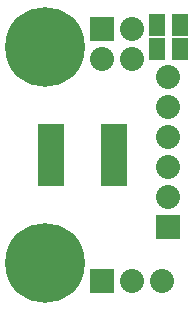
<source format=gts>
G04 (created by PCBNEW (2013-04-19 BZR 4011)-stable) date 27/09/2013 13:49:53*
%MOIN*%
G04 Gerber Fmt 3.4, Leading zero omitted, Abs format*
%FSLAX34Y34*%
G01*
G70*
G90*
G04 APERTURE LIST*
%ADD10C,2.3622e-006*%
%ADD11R,0.055X0.075*%
%ADD12C,0.2661*%
%ADD13R,0.08X0.08*%
%ADD14C,0.08*%
%ADD15R,0.085X0.036*%
G04 APERTURE END LIST*
G54D10*
G54D11*
X64415Y-36570D03*
X63665Y-36570D03*
X64405Y-35790D03*
X63655Y-35790D03*
G54D12*
X59900Y-36500D03*
X59900Y-43700D03*
G54D13*
X61800Y-44300D03*
G54D14*
X62800Y-44300D03*
X63800Y-44300D03*
G54D13*
X64010Y-42500D03*
G54D14*
X64010Y-41500D03*
X64010Y-40500D03*
X64010Y-39500D03*
X64010Y-38500D03*
X64010Y-37500D03*
G54D15*
X60130Y-39985D03*
X60130Y-40235D03*
X60130Y-40485D03*
X60130Y-40735D03*
X62230Y-39235D03*
X60130Y-39235D03*
X60130Y-39485D03*
X60130Y-39735D03*
X62230Y-40985D03*
X62230Y-40735D03*
X62230Y-40485D03*
X62230Y-40235D03*
X62230Y-39985D03*
X62230Y-39735D03*
X60130Y-40985D03*
X62230Y-39485D03*
G54D13*
X61810Y-35900D03*
G54D14*
X61810Y-36900D03*
X62810Y-35900D03*
X62810Y-36900D03*
M02*

</source>
